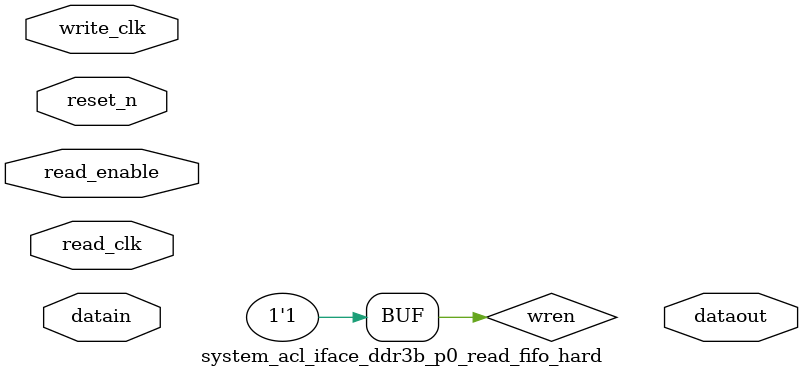
<source format=v>



`timescale 1 ps / 1 ps

module system_acl_iface_ddr3b_p0_read_fifo_hard(
	write_clk,
	read_clk,
	read_enable,
	reset_n,
	datain,
	dataout
);

// ******************************************************************************************************************************** 
// BEGIN PARAMETER SECTION
// All parameters default to "" will have their values passed in from higher level wrapper with the controller and driver 

parameter DQ_GROUP_WIDTH = "";

localparam RATE_MULT = 2;


// END PARAMETER SECTION
// ******************************************************************************************************************************** 

input	write_clk;
input	read_clk;
input	read_enable;
input	reset_n;
input	[DQ_GROUP_WIDTH*2-1:0] datain;
output	[RATE_MULT*DQ_GROUP_WIDTH*2-1:0] dataout;


// ******************************************************************************************************************************** 
// Instantiate write-enable circuitry inside the DQS logic block
// ******************************************************************************************************************************** 

// The read_clk is expected to be a strobe that only toggles when there
// is valid data, so wren is tied to 1
wire wren = 1'b1;
	

// ******************************************************************************************************************************** 
// Instantiate read-enable circuitry inside the DQS logic block
// ******************************************************************************************************************************** 
wire read_enable_tmp;
wire plus2_tmp;
stratixv_read_fifo_read_enable fifo_read_enable (
	.re(read_enable),
	.rclk(),
	.plus2(1'b0), 
	.areset(),
	.reout (read_enable_tmp),
	.plus2out (plus2_tmp)
);
defparam fifo_read_enable.use_stalled_read_enable = "false";

// ******************************************************************************************************************************** 
// Instantiate hard read-fifo. 
// ******************************************************************************************************************************** 
generate
genvar dq_count;
	for (dq_count=0; dq_count<DQ_GROUP_WIDTH; dq_count=dq_count+1)
	begin:read_fifos
		// The datain bus is the read data for the current DQS group
		// coming out of the DDIO. Its width is 2x of each DQS group on the
		// memory interface. The bus is ordered by time slot:
		//
		// D0_T1, D0_T0
		//
		// The dataout bus is the read data going out of the FIFO. In FR, it has
		// the same width as datain. In HR, it 2x the datain width. The bus is
		// ordered by time slot.
		//
		// FR: D0_T1, D0_T0
		// HR: D0_T3, D0_T2, D0_T1, D0_T0
		stratixv_read_fifo fifo (
			.wclk(write_clk),
			.we(wren),
			.rclk(read_clk),
			.re(read_enable_tmp),
			.areset(~reset_n),
			.plus2(plus2_tmp),
			.datain({datain[dq_count], datain[dq_count + DQ_GROUP_WIDTH]}),
			.dataout({
					dataout[dq_count + (DQ_GROUP_WIDTH * 0)],
					dataout[dq_count + (DQ_GROUP_WIDTH * 1)],
					dataout[dq_count + (DQ_GROUP_WIDTH * 2)],
					dataout[dq_count + (DQ_GROUP_WIDTH * 3)]
								})
		);
		defparam fifo.use_half_rate_read = "true";
		defparam fifo.sim_wclk_pre_delay = 100;
	end
endgenerate

endmodule

</source>
